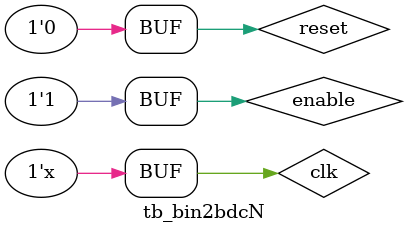
<source format=v>

`timescale 1ns/1ps

module tb_bin2bdcN();

    // Parameters for the DUT (Design Under Test)
    parameter BIN_WIDTH = 13;
    parameter BCD_DIGITS = 4;

    // Testbench signals
    reg clk;
    reg reset;
    reg enable;
    reg [BIN_WIDTH-1:0] bin;
    wire [(BCD_DIGITS * 4)-1:0] bcd_out;
    reg [(BCD_DIGITS * 4)-1:0] res;
    wire ready;
    integer counter = -1;

    localparam CLK_PERIOD = 10;

    // Instantiate the DUT (Design Under Test)
    bin2bdcN uut (
        .clk(clk),
        .reset(reset),
        .enable(enable),
        .bin(bin),
        .bcd(bcd_out),
        .ready(ready)
    );

    always #(CLK_PERIOD/2) clk=~clk;

    // Task to check if the result is correct
    task check_result;
        input [BIN_WIDTH-1:0] input_bin;       
        input [(BCD_DIGITS * 4)-1:0] expected_bcd; 
        input result_ready;                     
        begin
            if (result_ready) begin
                if (expected_bcd == bcd_out) begin
                    $display("Test Passed! Input: %d -> Expected BCD: %b -> Actual BCD: %b", input_bin, expected_bcd, bcd_out);
                end else begin
                    $display("Test Failed! Input: %d -> Expected BCD: %b -> Actual BCD: %b", input_bin, expected_bcd, bcd_out);
                end
            end
        end
    endtask


    task decimal_to_bcd;
        // Parameters
        input [BIN_WIDTH-1:0] decimal_num; // Input decimal number
        output reg [BCD_DIGITS*4-1:0] res1; // Output BCD (4 bits per digit)

        integer i, digit;
        reg [3:0] bcd_digit;  // 4-bit BCD digit
        reg [BIN_WIDTH-1:0] temp_decimal_num;  // Temporary variable to process decimal number
        begin
            // Initialize the output BCD value to 0
            res1 = 0;
            temp_decimal_num = decimal_num;

            // Process each decimal digit from right to left
            for (i = 0; i < BCD_DIGITS; i = i + 1) begin
                // Get the least significant decimal digit
                digit = temp_decimal_num % 10;
                bcd_digit = digit;  // Convert the decimal digit to 4-bit BCD

                // Shift the BCD digits to the left to make room for the new digit
                res1 = {bcd_digit, bcd_out[BCD_DIGITS*4-1:4]};  // Insert the new 4-bit BCD digit
                
                // Update the decimal number by removing the least significant digit
                temp_decimal_num = temp_decimal_num / 10;
            end
        end
    endtask

    // Stimulus
    initial begin
        // Initialize signals
        #100
        clk = 0;
        reset = 0;
        enable = 1;
        bin = 0;

        // Apply reset
        $display("Applying reset...");
        reset = 1;
        enable = 1;

        #10;
        reset = 0;
        #10;

    end

    // Always block to check the ready signal and increment the counter
    always @(posedge clk) begin
        if (ready) begin
            // Increment the counter on each `ready` signal
            case(counter)
                -1: begin
                    bin = 0;  // Set bin value for test case 4
                end
                0: begin
                    res = 0;
                    decimal_to_bcd(0, res);
                    check_result(bin, res, ready);
                    bin = 13'd153;  // Set bin value for test case 1
                end
                1: begin
                    res = 0;
                    decimal_to_bcd(153, res);
                    check_result(bin, res, ready);  // Check if BCD output is correct for input 8'h99
                    bin = 13'd69;  // Set bin value for test case 2
                end
                2: begin
                    res = 0;
                    decimal_to_bcd(69, res);
                    $display("res: %b", res);
                    check_result(bin, res, ready);  // Check if BCD output is correct for input 8'h45
                    bin = 13'd255;  // Set bin value for test case 3
                end
                3: begin
                    res = 0;
                    decimal_to_bcd(bin, res);
                    check_result(bin, res, ready);  // Check if BCD output is correct for input 8'hFF
                    bin = 0;  // Set bin value for test case 4
                end
                4: begin
                    res = 0;
                    decimal_to_bcd(bin, res);
                    check_result(bin, res, ready);           // Check if BCD output is correct for input 8'h00
                    bin = 13'd171;  // Set bin value for test case 5
                end
                5: begin
                    res = 0;
                    decimal_to_bcd(bin, res);
                    check_result(bin, res, ready);  // Check if BCD output is correct for input 8'hAB
                    bin = 0100_0000_0000_1000;  // Set bin value for test case 6
                end
                6: begin
                    res = 0;
                    decimal_to_bcd(bin, res);
                    check_result(bin, res, ready);  // Check if BCD output is correct for input 8'hAB
                    bin = 13'd112604;
                end
                7: begin
                    res = 0;
                    decimal_to_bcd(bin, res);
                    check_result(bin, res, ready);  // Check if BCD output is correct for input 8'hAB
                end
                default: ;
            endcase
            counter = counter + 1;  // Move to the next test case
        end
    end
endmodule

</source>
